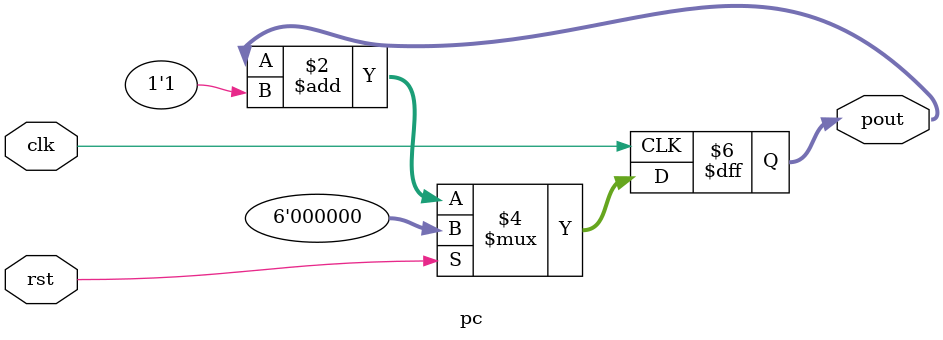
<source format=sv>
`timescale 1ns / 1ps


module pc(
    input clk,
    input logic rst,
    output logic [5:0] pout
    );
        
        
   always_ff @(posedge clk) begin
    if(rst) 
           pout <= 6'b000000;
    else
         pout <= pout +1'b1;     
    end
                
                
    
        
           
endmodule  
</source>
